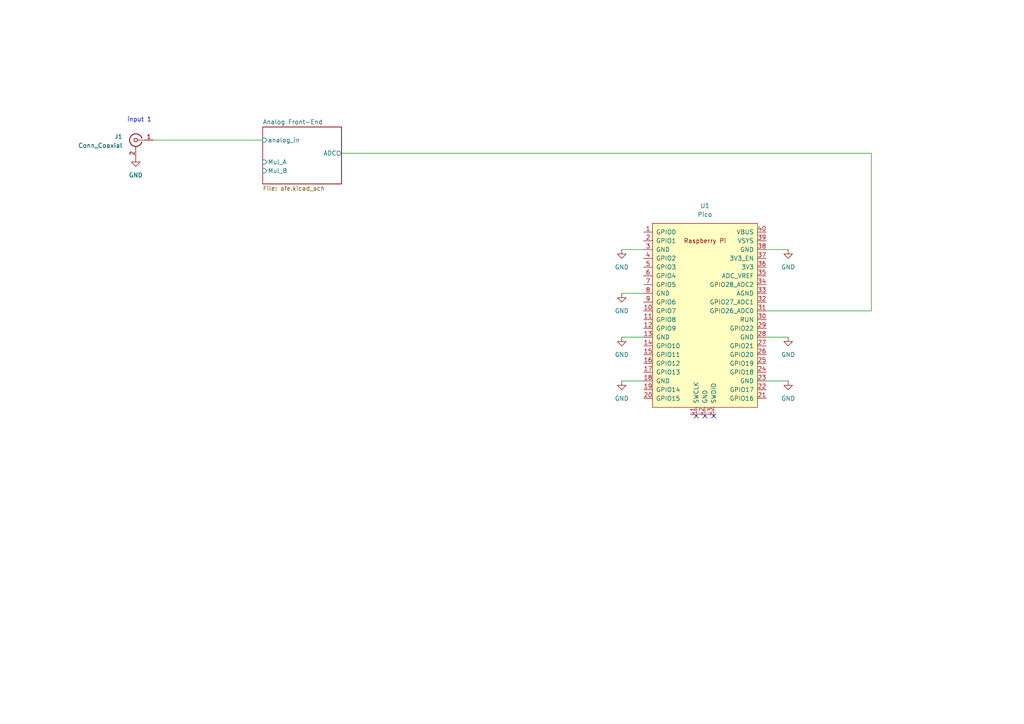
<source format=kicad_sch>
(kicad_sch (version 20230121) (generator eeschema)
  (paper "A4")
  (lib_symbols
    (symbol "Connector:Conn_Coaxial" (pin_names (offset 1.016) hide)
      (property "Reference" "J" (at 0.254 3.048 0))
      (property "Value" "Conn_Coaxial" (at 2.921 0 90))
      (symbol "Conn_Coaxial_0_1"
        (arc (start -1.778 -0.508) (mid 0.2311 -1.8066) (end 1.778 0) (stroke (width 0.254)))
        (polyline (pts (xy -2.54 0) (xy -0.508 0)))
        (polyline (pts (xy 0 -2.54) (xy 0 -1.778)))
        (circle (center 0 0) (radius 0.508) (stroke (width 0.2032)))
        (arc (start 1.778 0) (mid 0.2099 1.8101) (end -1.778 0.508) (stroke (width 0.254)))
      )
      (symbol "Conn_Coaxial_1_1"
        (pin passive line (at -5.08 0 0) (length 2.54) (name "In") (number "1"))
        (pin passive line (at 0 -5.08 90) (length 2.54) (name "Ext") (number "2"))
      )
    )
    (symbol "MCU_RaspberryPi_and_Boards:Pico" (pin_names (offset 1.016))
      (property "Reference" "U" (at -13.97 27.94 0))
      (property "Value" "Pico" (at 0 19.05 0))
      (symbol "Pico_0_0"
        (text "Raspberry Pi" (at 0 21.59 0) (effects (font (size 1.27 1.27))))
      )
      (symbol "Pico_0_1"
        (rectangle (start -15.24 26.67) (end 15.24 -26.67) (fill (type background)))
      )
      (symbol "Pico_1_1"
        (pin bidirectional line (at -17.78 24.13 0) (length 2.54) (name "GPIO0") (number "1"))
        (pin bidirectional line (at -17.78 1.27 0) (length 2.54) (name "GPIO7") (number "10"))
        (pin bidirectional line (at -17.78 -1.27 0) (length 2.54) (name "GPIO8") (number "11"))
        (pin bidirectional line (at -17.78 -3.81 0) (length 2.54) (name "GPIO9") (number "12"))
        (pin power_in line (at -17.78 -6.35 0) (length 2.54) (name "GND") (number "13"))
        (pin bidirectional line (at -17.78 -8.89 0) (length 2.54) (name "GPIO10") (number "14"))
        (pin bidirectional line (at -17.78 -11.43 0) (length 2.54) (name "GPIO11") (number "15"))
        (pin bidirectional line (at -17.78 -13.97 0) (length 2.54) (name "GPIO12") (number "16"))
        (pin bidirectional line (at -17.78 -16.51 0) (length 2.54) (name "GPIO13") (number "17"))
        (pin power_in line (at -17.78 -19.05 0) (length 2.54) (name "GND") (number "18"))
        (pin bidirectional line (at -17.78 -21.59 0) (length 2.54) (name "GPIO14") (number "19"))
        (pin bidirectional line (at -17.78 21.59 0) (length 2.54) (name "GPIO1") (number "2"))
        (pin bidirectional line (at -17.78 -24.13 0) (length 2.54) (name "GPIO15") (number "20"))
        (pin bidirectional line (at 17.78 -24.13 180) (length 2.54) (name "GPIO16") (number "21"))
        (pin bidirectional line (at 17.78 -21.59 180) (length 2.54) (name "GPIO17") (number "22"))
        (pin power_in line (at 17.78 -19.05 180) (length 2.54) (name "GND") (number "23"))
        (pin bidirectional line (at 17.78 -16.51 180) (length 2.54) (name "GPIO18") (number "24"))
        (pin bidirectional line (at 17.78 -13.97 180) (length 2.54) (name "GPIO19") (number "25"))
        (pin bidirectional line (at 17.78 -11.43 180) (length 2.54) (name "GPIO20") (number "26"))
        (pin bidirectional line (at 17.78 -8.89 180) (length 2.54) (name "GPIO21") (number "27"))
        (pin power_in line (at 17.78 -6.35 180) (length 2.54) (name "GND") (number "28"))
        (pin bidirectional line (at 17.78 -3.81 180) (length 2.54) (name "GPIO22") (number "29"))
        (pin power_in line (at -17.78 19.05 0) (length 2.54) (name "GND") (number "3"))
        (pin input line (at 17.78 -1.27 180) (length 2.54) (name "RUN") (number "30"))
        (pin bidirectional line (at 17.78 1.27 180) (length 2.54) (name "GPIO26_ADC0") (number "31"))
        (pin bidirectional line (at 17.78 3.81 180) (length 2.54) (name "GPIO27_ADC1") (number "32"))
        (pin power_in line (at 17.78 6.35 180) (length 2.54) (name "AGND") (number "33"))
        (pin bidirectional line (at 17.78 8.89 180) (length 2.54) (name "GPIO28_ADC2") (number "34"))
        (pin unspecified line (at 17.78 11.43 180) (length 2.54) (name "ADC_VREF") (number "35"))
        (pin unspecified line (at 17.78 13.97 180) (length 2.54) (name "3V3") (number "36"))
        (pin input line (at 17.78 16.51 180) (length 2.54) (name "3V3_EN") (number "37"))
        (pin bidirectional line (at 17.78 19.05 180) (length 2.54) (name "GND") (number "38"))
        (pin unspecified line (at 17.78 21.59 180) (length 2.54) (name "VSYS") (number "39"))
        (pin bidirectional line (at -17.78 16.51 0) (length 2.54) (name "GPIO2") (number "4"))
        (pin unspecified line (at 17.78 24.13 180) (length 2.54) (name "VBUS") (number "40"))
        (pin input line (at -2.54 -29.21 90) (length 2.54) (name "SWCLK") (number "41"))
        (pin power_in line (at 0 -29.21 90) (length 2.54) (name "GND") (number "42"))
        (pin bidirectional line (at 2.54 -29.21 90) (length 2.54) (name "SWDIO") (number "43"))
        (pin bidirectional line (at -17.78 13.97 0) (length 2.54) (name "GPIO3") (number "5"))
        (pin bidirectional line (at -17.78 11.43 0) (length 2.54) (name "GPIO4") (number "6"))
        (pin bidirectional line (at -17.78 8.89 0) (length 2.54) (name "GPIO5") (number "7"))
        (pin power_in line (at -17.78 6.35 0) (length 2.54) (name "GND") (number "8"))
        (pin bidirectional line (at -17.78 3.81 0) (length 2.54) (name "GPIO6") (number "9"))
      )
    )
    (symbol "power:GND" (power) (pin_names (offset 0))
      (property "Value" "GND" (at 0 -3.81 0))
      (symbol "GND_0_1"
        (polyline (pts (xy 0 0) (xy 0 -1.27) (xy 1.27 -1.27) (xy 0 -2.54) (xy -1.27 -1.27) (xy 0 -1.27)))
      )
      (symbol "GND_1_1"
        (pin power_in line (at 0 0 270) (length 0) hide (name "GND") (number "1"))
      )
    )
  )
  (no_connect (at 207.01 120.65))
  (no_connect (at 201.93 120.65))
  (no_connect (at 204.47 120.65))
  (wire (pts (xy 252.73 44.45) (xy 252.73 90.17)))
  (wire (pts (xy 186.69 110.49) (xy 180.34 110.49)))
  (wire (pts (xy 99.06 44.45) (xy 252.73 44.45)))
  (wire (pts (xy 186.69 97.79) (xy 180.34 97.79)))
  (wire (pts (xy 252.73 90.17) (xy 222.25 90.17)))
  (wire (pts (xy 44.45 40.64) (xy 76.2 40.64)))
  (wire (pts (xy 222.25 97.79) (xy 228.6 97.79)))
  (wire (pts (xy 222.25 110.49) (xy 228.6 110.49)))
  (wire (pts (xy 222.25 72.39) (xy 228.6 72.39)))
  (wire (pts (xy 186.69 72.39) (xy 180.34 72.39)))
  (wire (pts (xy 186.69 85.09) (xy 180.34 85.09)))
  (text "input 1" (at 36.83 35.56 0) (effects (font (size 1.27 1.27)) (justify left bottom)))
  (symbol (lib_id "power:GND") (at 228.6 72.39 0) (unit 1)
    (property "Reference" "#PWR017" (effects hide))
    (property "Value" "GND" (at 228.6 77.47 0))
  )
  (symbol (lib_id "Connector:Conn_Coaxial") (at 39.37 40.64 0) (mirror y) (unit 1)
    (property "Reference" "J1" (at 35.56 39.6632 0) (effects (justify left)))
    (property "Value" "Conn_Coaxial" (at 35.56 42.2032 0) (effects (justify left)))
    (property "Datasheet" " ~" (effects hide))
  )
  (symbol (lib_id "power:GND") (at 39.37 45.72 0) (unit 1)
    (property "Reference" "#PWR01" (effects hide))
    (property "Value" "GND" (at 39.37 50.8 0))
  )
  (symbol (lib_id "MCU_RaspberryPi_and_Boards:Pico") (at 204.47 91.44 0) (unit 1)
    (property "Reference" "U1" (at 204.47 59.69 0))
    (property "Value" "Pico" (at 204.47 62.23 0))
    (property "Footprint" "MCU_RaspberryPi_and_Boards:RPi_Pico_SMD_TH" (effects hide))
  )
  (symbol (lib_id "power:GND") (at 180.34 85.09 0) (mirror y) (unit 1)
    (property "Reference" "#PWR020" (effects hide))
    (property "Value" "GND" (at 180.34 90.17 0))
  )
  (symbol (lib_id "power:GND") (at 228.6 97.79 0) (unit 1)
    (property "Reference" "#PWR016" (effects hide))
    (property "Value" "GND" (at 228.6 102.87 0))
  )
  (symbol (lib_id "power:GND") (at 180.34 72.39 0) (mirror y) (unit 1)
    (property "Reference" "#PWR021" (effects hide))
    (property "Value" "GND" (at 180.34 77.47 0))
  )
  (symbol (lib_id "power:GND") (at 180.34 97.79 0) (mirror y) (unit 1)
    (property "Reference" "#PWR019" (effects hide))
    (property "Value" "GND" (at 180.34 102.87 0))
  )
  (symbol (lib_id "power:GND") (at 180.34 110.49 0) (mirror y) (unit 1)
    (property "Reference" "#PWR018" (effects hide))
    (property "Value" "GND" (at 180.34 115.57 0))
  )
  (symbol (lib_id "power:GND") (at 228.6 110.49 0) (unit 1)
    (property "Reference" "#PWR015" (effects hide))
    (property "Value" "GND" (at 228.6 115.57 0))
  )
  (sheet (at 76.2 36.83) (size 22.86 16.51) (stroke (width 0.1524))
    (property "Sheetname" "Analog Front-End" (at 76.2 36.1184 0) (effects (justify left bottom)))
    (property "Sheetfile" "afe.kicad_sch" (at 76.2 53.9246 0) (effects (justify left top)))
    (pin "Mul_A" input (at 76.2 46.99 180))
    (pin "Mul_B" input (at 76.2 49.53 180))
    (pin "ADC" output (at 99.06 44.45 0))
    (pin "analog_in" input (at 76.2 40.64 180))
  )
)
</source>
